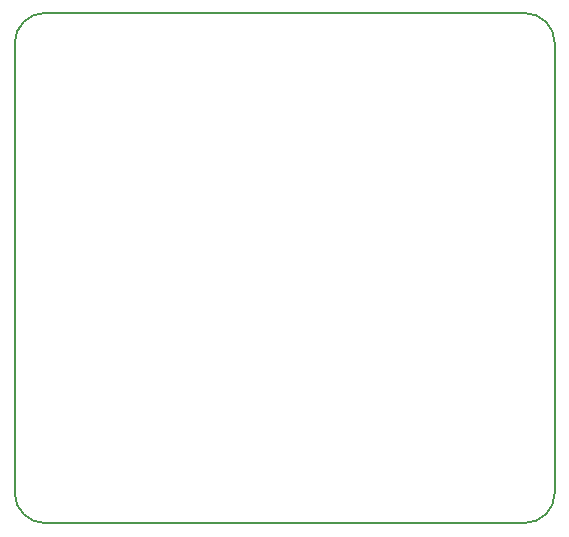
<source format=gbr>
G04 #@! TF.GenerationSoftware,KiCad,Pcbnew,5.0.1*
G04 #@! TF.CreationDate,2019-02-03T14:29:02+01:00*
G04 #@! TF.ProjectId,ardlantic,6172646C616E7469632E6B696361645F,rev?*
G04 #@! TF.SameCoordinates,Original*
G04 #@! TF.FileFunction,Profile,NP*
%FSLAX46Y46*%
G04 Gerber Fmt 4.6, Leading zero omitted, Abs format (unit mm)*
G04 Created by KiCad (PCBNEW 5.0.1) date Sun 03 Feb 2019 02:29:02 PM CET*
%MOMM*%
%LPD*%
G01*
G04 APERTURE LIST*
%ADD10C,0.150000*%
%ADD11C,0.200000*%
G04 APERTURE END LIST*
D10*
X100330000Y-92710000D02*
G75*
G02X97790000Y-90170000I0J2540000D01*
G01*
X97790000Y-52070000D02*
G75*
G02X100330000Y-49530000I2540000J0D01*
G01*
X140970000Y-49530000D02*
G75*
G02X143510000Y-52070000I0J-2540000D01*
G01*
X140970000Y-49530000D02*
X100330000Y-49530000D01*
X143510000Y-90170000D02*
X143510000Y-52070000D01*
X143510000Y-90170000D02*
G75*
G02X140970000Y-92710000I-2540000J0D01*
G01*
D11*
X97790000Y-90170000D02*
X97790000Y-52070000D01*
X140970000Y-92710000D02*
X100330000Y-92710000D01*
M02*

</source>
